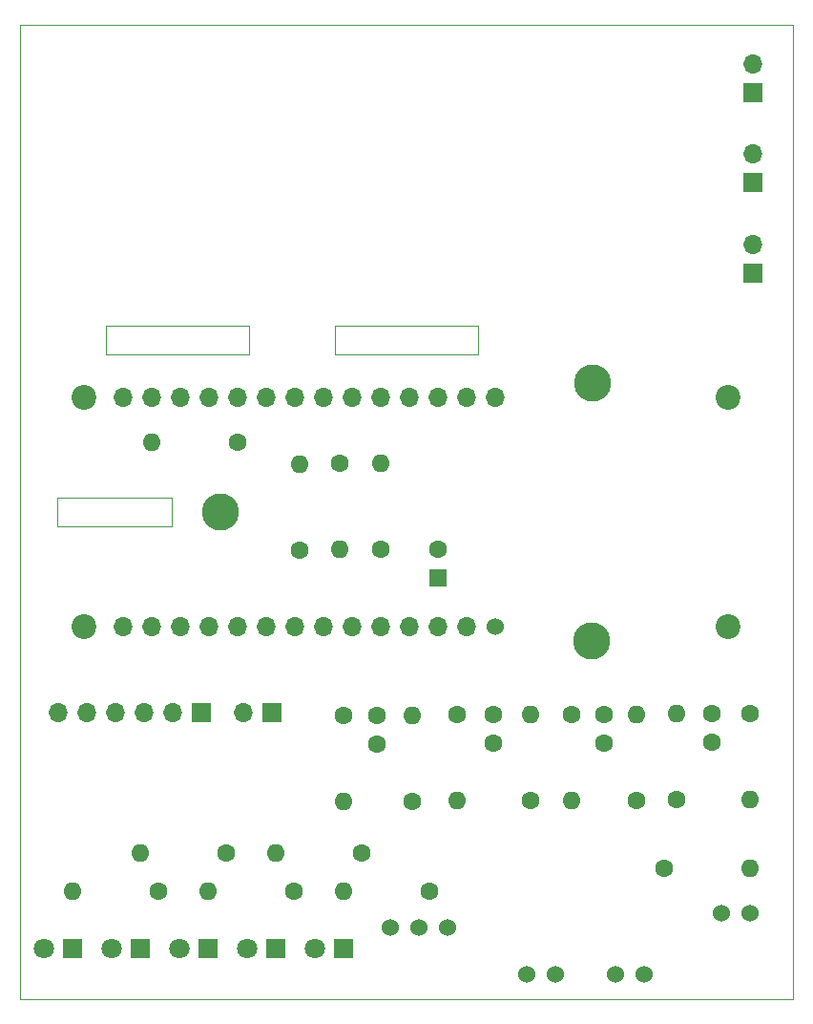
<source format=gbs>
G04 #@! TF.GenerationSoftware,KiCad,Pcbnew,(5.1.4)-1*
G04 #@! TF.CreationDate,2019-12-10T10:16:17+01:00*
G04 #@! TF.ProjectId,e-p-wifi,652d702d-7769-4666-992e-6b696361645f,1.0*
G04 #@! TF.SameCoordinates,Original*
G04 #@! TF.FileFunction,Soldermask,Bot*
G04 #@! TF.FilePolarity,Negative*
%FSLAX46Y46*%
G04 Gerber Fmt 4.6, Leading zero omitted, Abs format (unit mm)*
G04 Created by KiCad (PCBNEW (5.1.4)-1) date 2019-12-10 10:16:17*
%MOMM*%
%LPD*%
G04 APERTURE LIST*
%ADD10C,0.100000*%
%ADD11R,1.800000X1.800000*%
%ADD12C,1.800000*%
%ADD13C,2.200000*%
%ADD14C,1.600000*%
%ADD15R,1.700000X1.700000*%
%ADD16O,1.700000X1.700000*%
%ADD17R,1.600000X1.600000*%
%ADD18O,1.600000X1.600000*%
%ADD19C,1.524000*%
%ADD20C,3.300000*%
G04 APERTURE END LIST*
D10*
X45726000Y-52070000D02*
X45726000Y-54610000D01*
X33026000Y-52070000D02*
X33026000Y-54610000D01*
X33026000Y-52070000D02*
X45726000Y-52070000D01*
X33026000Y-54610000D02*
X45726000Y-54610000D01*
X53340000Y-54610000D02*
X53340000Y-52070000D01*
X66040000Y-52070000D02*
X66040000Y-54610000D01*
X53340000Y-52070000D02*
X66040000Y-52070000D01*
X53340000Y-54610000D02*
X66040000Y-54610000D01*
X28702000Y-69850000D02*
X38862000Y-69850000D01*
X38862000Y-67310000D02*
X28702000Y-67310000D01*
X28702000Y-67310000D02*
X28702000Y-69850000D01*
X25400000Y-111760000D02*
X93980000Y-111760000D01*
X93980000Y-25400000D02*
X93980000Y-111760000D01*
X25400000Y-25400000D02*
X25400000Y-111760000D01*
X38862000Y-67310000D02*
X38862000Y-69850000D01*
X25400000Y-25400000D02*
X93980000Y-25400000D01*
D11*
X54100000Y-107300000D03*
D12*
X51560000Y-107300000D03*
X27560000Y-107300000D03*
D11*
X30100000Y-107300000D03*
D13*
X88265000Y-58420000D03*
D14*
X77190000Y-89060000D03*
X77190000Y-86560000D03*
D15*
X90400000Y-31400000D03*
D16*
X90400000Y-28860000D03*
D15*
X90400000Y-47400000D03*
D16*
X90400000Y-44860000D03*
X45190000Y-86360000D03*
D15*
X47730000Y-86360000D03*
D17*
X62500000Y-74400000D03*
D14*
X62500000Y-71900000D03*
D15*
X41530000Y-86360000D03*
D16*
X38990000Y-86360000D03*
X36450000Y-86360000D03*
X33910000Y-86360000D03*
X31370000Y-86360000D03*
X28830000Y-86360000D03*
D14*
X86790000Y-86460000D03*
X86790000Y-88960000D03*
X67390000Y-86560000D03*
X67390000Y-89060000D03*
D11*
X42100000Y-107300000D03*
D12*
X39560000Y-107300000D03*
D11*
X48100000Y-107300000D03*
D12*
X45560000Y-107300000D03*
D14*
X57090000Y-89160000D03*
X57090000Y-86660000D03*
D12*
X33560000Y-107300000D03*
D11*
X36100000Y-107300000D03*
D16*
X90400000Y-36860000D03*
D15*
X90400000Y-39400000D03*
D14*
X50200000Y-72000000D03*
D18*
X50200000Y-64380000D03*
X90190000Y-94080000D03*
D14*
X90190000Y-86460000D03*
D18*
X64190000Y-94180000D03*
D14*
X64190000Y-86560000D03*
X53800000Y-64300000D03*
D18*
X53800000Y-71920000D03*
X42100000Y-102200000D03*
D14*
X49720000Y-102200000D03*
D18*
X60190000Y-86640000D03*
D14*
X60190000Y-94260000D03*
X70700000Y-94170000D03*
D18*
X70700000Y-86550000D03*
D14*
X43710000Y-98830000D03*
D18*
X36090000Y-98830000D03*
D14*
X74390000Y-86560000D03*
D18*
X74390000Y-94180000D03*
X54100000Y-102210000D03*
D14*
X61720000Y-102210000D03*
X55720000Y-98810000D03*
D18*
X48100000Y-98810000D03*
X90170000Y-100200000D03*
D14*
X82550000Y-100200000D03*
D18*
X80090000Y-86540000D03*
D14*
X80090000Y-94160000D03*
X57400000Y-71900000D03*
D18*
X57400000Y-64280000D03*
X30100000Y-102200000D03*
D14*
X37720000Y-102200000D03*
D16*
X67565000Y-58420000D03*
X65025000Y-78740000D03*
X65025000Y-58420000D03*
X62485000Y-78740000D03*
X62485000Y-58420000D03*
X59945000Y-78740000D03*
X59945000Y-58420000D03*
X57405000Y-78740000D03*
X57405000Y-58420000D03*
X54865000Y-78740000D03*
X54865000Y-58420000D03*
X52325000Y-78740000D03*
X52325000Y-58420000D03*
X49785000Y-78740000D03*
X49785000Y-58420000D03*
X47245000Y-78740000D03*
X47245000Y-58420000D03*
X44705000Y-78740000D03*
X44705000Y-58420000D03*
X42165000Y-78740000D03*
X42165000Y-58420000D03*
X39625000Y-78740000D03*
X39625000Y-58420000D03*
X37085000Y-78740000D03*
X37085000Y-58420000D03*
X34545000Y-78740000D03*
X34545000Y-58420000D03*
D19*
X67565000Y-78740000D03*
D18*
X37080000Y-62400000D03*
D14*
X44700000Y-62400000D03*
X83690000Y-94060000D03*
D18*
X83690000Y-86440000D03*
D20*
X43154600Y-68580000D03*
X76165000Y-80010000D03*
D13*
X31115000Y-78740000D03*
D20*
X76174600Y-57150000D03*
D13*
X31115000Y-58420000D03*
X88265000Y-78740000D03*
D14*
X54090000Y-86660000D03*
D18*
X54090000Y-94280000D03*
D19*
X60800000Y-105400000D03*
X58260000Y-105400000D03*
X63340000Y-105400000D03*
X87630000Y-104125000D03*
X90170000Y-104125000D03*
X80770000Y-109600000D03*
X78230000Y-109600000D03*
X70330000Y-109600000D03*
X72870000Y-109600000D03*
M02*

</source>
